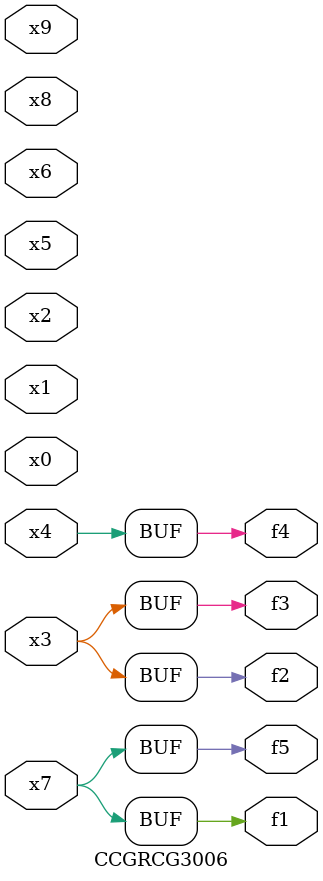
<source format=v>
module CCGRCG3006(
	input x0, x1, x2, x3, x4, x5, x6, x7, x8, x9,
	output f1, f2, f3, f4, f5
);
	assign f1 = x7;
	assign f2 = x3;
	assign f3 = x3;
	assign f4 = x4;
	assign f5 = x7;
endmodule

</source>
